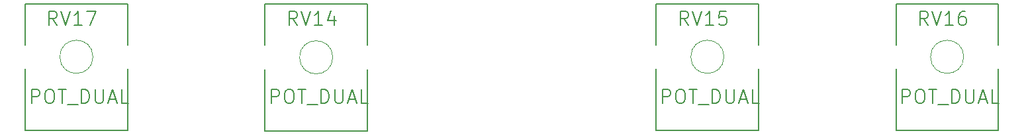
<source format=gbr>
G04 #@! TF.FileFunction,Legend,Bot*
%FSLAX46Y46*%
G04 Gerber Fmt 4.6, Leading zero omitted, Abs format (unit mm)*
G04 Created by KiCad (PCBNEW 4.0.7) date 02/28/19 19:32:36*
%MOMM*%
%LPD*%
G01*
G04 APERTURE LIST*
%ADD10C,0.100000*%
%ADD11C,0.203200*%
%ADD12C,0.063500*%
%ADD13C,0.152400*%
G04 APERTURE END LIST*
D10*
D11*
X65031620Y-63403480D02*
X51935380Y-63403480D01*
X51935380Y-63403480D02*
X51935380Y-55524400D01*
X51935380Y-52425600D02*
X51935380Y-47175420D01*
X51935380Y-47175420D02*
X65031620Y-47175420D01*
X65031620Y-47175420D02*
X65031620Y-52425600D01*
X65031620Y-55524400D02*
X65031620Y-63403480D01*
D12*
X60602840Y-53975000D02*
G75*
G03X60602840Y-53975000I-2119340J0D01*
G01*
D11*
X115069620Y-63339980D02*
X101973380Y-63339980D01*
X101973380Y-63339980D02*
X101973380Y-55460900D01*
X101973380Y-52362100D02*
X101973380Y-47111920D01*
X101973380Y-47111920D02*
X115069620Y-47111920D01*
X115069620Y-47111920D02*
X115069620Y-52362100D01*
X115069620Y-55460900D02*
X115069620Y-63339980D01*
D12*
X110640840Y-53911500D02*
G75*
G03X110640840Y-53911500I-2119340J0D01*
G01*
D11*
X145740120Y-63339980D02*
X132643880Y-63339980D01*
X132643880Y-63339980D02*
X132643880Y-55460900D01*
X132643880Y-52362100D02*
X132643880Y-47111920D01*
X132643880Y-47111920D02*
X145740120Y-47111920D01*
X145740120Y-47111920D02*
X145740120Y-52362100D01*
X145740120Y-55460900D02*
X145740120Y-63339980D01*
D12*
X141311340Y-53911500D02*
G75*
G03X141311340Y-53911500I-2119340J0D01*
G01*
D11*
X34361120Y-63339980D02*
X21264880Y-63339980D01*
X21264880Y-63339980D02*
X21264880Y-55460900D01*
X21264880Y-52362100D02*
X21264880Y-47111920D01*
X21264880Y-47111920D02*
X34361120Y-47111920D01*
X34361120Y-47111920D02*
X34361120Y-52362100D01*
X34361120Y-55460900D02*
X34361120Y-63339980D01*
D12*
X29932340Y-53911500D02*
G75*
G03X29932340Y-53911500I-2119340J0D01*
G01*
D13*
X56024780Y-49892373D02*
X55432114Y-49045707D01*
X55008780Y-49892373D02*
X55008780Y-48114373D01*
X55686114Y-48114373D01*
X55855447Y-48199040D01*
X55940114Y-48283707D01*
X56024780Y-48453040D01*
X56024780Y-48707040D01*
X55940114Y-48876373D01*
X55855447Y-48961040D01*
X55686114Y-49045707D01*
X55008780Y-49045707D01*
X56532780Y-48114373D02*
X57125447Y-49892373D01*
X57718114Y-48114373D01*
X59242114Y-49892373D02*
X58226114Y-49892373D01*
X58734114Y-49892373D02*
X58734114Y-48114373D01*
X58564780Y-48368373D01*
X58395447Y-48537707D01*
X58226114Y-48622373D01*
X60766113Y-48707040D02*
X60766113Y-49892373D01*
X60342780Y-48029707D02*
X59919447Y-49299707D01*
X61020113Y-49299707D01*
X52762573Y-59889813D02*
X52762573Y-58111813D01*
X53439907Y-58111813D01*
X53609240Y-58196480D01*
X53693907Y-58281147D01*
X53778573Y-58450480D01*
X53778573Y-58704480D01*
X53693907Y-58873813D01*
X53609240Y-58958480D01*
X53439907Y-59043147D01*
X52762573Y-59043147D01*
X54879240Y-58111813D02*
X55217907Y-58111813D01*
X55387240Y-58196480D01*
X55556573Y-58365813D01*
X55641240Y-58704480D01*
X55641240Y-59297147D01*
X55556573Y-59635813D01*
X55387240Y-59805147D01*
X55217907Y-59889813D01*
X54879240Y-59889813D01*
X54709907Y-59805147D01*
X54540573Y-59635813D01*
X54455907Y-59297147D01*
X54455907Y-58704480D01*
X54540573Y-58365813D01*
X54709907Y-58196480D01*
X54879240Y-58111813D01*
X56149240Y-58111813D02*
X57165240Y-58111813D01*
X56657240Y-59889813D02*
X56657240Y-58111813D01*
X57334574Y-60059147D02*
X58689241Y-60059147D01*
X59112574Y-59889813D02*
X59112574Y-58111813D01*
X59535908Y-58111813D01*
X59789908Y-58196480D01*
X59959241Y-58365813D01*
X60043908Y-58535147D01*
X60128574Y-58873813D01*
X60128574Y-59127813D01*
X60043908Y-59466480D01*
X59959241Y-59635813D01*
X59789908Y-59805147D01*
X59535908Y-59889813D01*
X59112574Y-59889813D01*
X60890574Y-58111813D02*
X60890574Y-59551147D01*
X60975241Y-59720480D01*
X61059908Y-59805147D01*
X61229241Y-59889813D01*
X61567908Y-59889813D01*
X61737241Y-59805147D01*
X61821908Y-59720480D01*
X61906574Y-59551147D01*
X61906574Y-58111813D01*
X62668575Y-59381813D02*
X63515241Y-59381813D01*
X62499241Y-59889813D02*
X63091908Y-58111813D01*
X63684575Y-59889813D01*
X65123908Y-59889813D02*
X64277241Y-59889813D01*
X64277241Y-58111813D01*
X106062780Y-49828873D02*
X105470114Y-48982207D01*
X105046780Y-49828873D02*
X105046780Y-48050873D01*
X105724114Y-48050873D01*
X105893447Y-48135540D01*
X105978114Y-48220207D01*
X106062780Y-48389540D01*
X106062780Y-48643540D01*
X105978114Y-48812873D01*
X105893447Y-48897540D01*
X105724114Y-48982207D01*
X105046780Y-48982207D01*
X106570780Y-48050873D02*
X107163447Y-49828873D01*
X107756114Y-48050873D01*
X109280114Y-49828873D02*
X108264114Y-49828873D01*
X108772114Y-49828873D02*
X108772114Y-48050873D01*
X108602780Y-48304873D01*
X108433447Y-48474207D01*
X108264114Y-48558873D01*
X110888780Y-48050873D02*
X110042113Y-48050873D01*
X109957447Y-48897540D01*
X110042113Y-48812873D01*
X110211447Y-48728207D01*
X110634780Y-48728207D01*
X110804113Y-48812873D01*
X110888780Y-48897540D01*
X110973447Y-49066873D01*
X110973447Y-49490207D01*
X110888780Y-49659540D01*
X110804113Y-49744207D01*
X110634780Y-49828873D01*
X110211447Y-49828873D01*
X110042113Y-49744207D01*
X109957447Y-49659540D01*
X102800573Y-59826313D02*
X102800573Y-58048313D01*
X103477907Y-58048313D01*
X103647240Y-58132980D01*
X103731907Y-58217647D01*
X103816573Y-58386980D01*
X103816573Y-58640980D01*
X103731907Y-58810313D01*
X103647240Y-58894980D01*
X103477907Y-58979647D01*
X102800573Y-58979647D01*
X104917240Y-58048313D02*
X105255907Y-58048313D01*
X105425240Y-58132980D01*
X105594573Y-58302313D01*
X105679240Y-58640980D01*
X105679240Y-59233647D01*
X105594573Y-59572313D01*
X105425240Y-59741647D01*
X105255907Y-59826313D01*
X104917240Y-59826313D01*
X104747907Y-59741647D01*
X104578573Y-59572313D01*
X104493907Y-59233647D01*
X104493907Y-58640980D01*
X104578573Y-58302313D01*
X104747907Y-58132980D01*
X104917240Y-58048313D01*
X106187240Y-58048313D02*
X107203240Y-58048313D01*
X106695240Y-59826313D02*
X106695240Y-58048313D01*
X107372574Y-59995647D02*
X108727241Y-59995647D01*
X109150574Y-59826313D02*
X109150574Y-58048313D01*
X109573908Y-58048313D01*
X109827908Y-58132980D01*
X109997241Y-58302313D01*
X110081908Y-58471647D01*
X110166574Y-58810313D01*
X110166574Y-59064313D01*
X110081908Y-59402980D01*
X109997241Y-59572313D01*
X109827908Y-59741647D01*
X109573908Y-59826313D01*
X109150574Y-59826313D01*
X110928574Y-58048313D02*
X110928574Y-59487647D01*
X111013241Y-59656980D01*
X111097908Y-59741647D01*
X111267241Y-59826313D01*
X111605908Y-59826313D01*
X111775241Y-59741647D01*
X111859908Y-59656980D01*
X111944574Y-59487647D01*
X111944574Y-58048313D01*
X112706575Y-59318313D02*
X113553241Y-59318313D01*
X112537241Y-59826313D02*
X113129908Y-58048313D01*
X113722575Y-59826313D01*
X115161908Y-59826313D02*
X114315241Y-59826313D01*
X114315241Y-58048313D01*
X136733280Y-49828873D02*
X136140614Y-48982207D01*
X135717280Y-49828873D02*
X135717280Y-48050873D01*
X136394614Y-48050873D01*
X136563947Y-48135540D01*
X136648614Y-48220207D01*
X136733280Y-48389540D01*
X136733280Y-48643540D01*
X136648614Y-48812873D01*
X136563947Y-48897540D01*
X136394614Y-48982207D01*
X135717280Y-48982207D01*
X137241280Y-48050873D02*
X137833947Y-49828873D01*
X138426614Y-48050873D01*
X139950614Y-49828873D02*
X138934614Y-49828873D01*
X139442614Y-49828873D02*
X139442614Y-48050873D01*
X139273280Y-48304873D01*
X139103947Y-48474207D01*
X138934614Y-48558873D01*
X141474613Y-48050873D02*
X141135947Y-48050873D01*
X140966613Y-48135540D01*
X140881947Y-48220207D01*
X140712613Y-48474207D01*
X140627947Y-48812873D01*
X140627947Y-49490207D01*
X140712613Y-49659540D01*
X140797280Y-49744207D01*
X140966613Y-49828873D01*
X141305280Y-49828873D01*
X141474613Y-49744207D01*
X141559280Y-49659540D01*
X141643947Y-49490207D01*
X141643947Y-49066873D01*
X141559280Y-48897540D01*
X141474613Y-48812873D01*
X141305280Y-48728207D01*
X140966613Y-48728207D01*
X140797280Y-48812873D01*
X140712613Y-48897540D01*
X140627947Y-49066873D01*
X133471073Y-59826313D02*
X133471073Y-58048313D01*
X134148407Y-58048313D01*
X134317740Y-58132980D01*
X134402407Y-58217647D01*
X134487073Y-58386980D01*
X134487073Y-58640980D01*
X134402407Y-58810313D01*
X134317740Y-58894980D01*
X134148407Y-58979647D01*
X133471073Y-58979647D01*
X135587740Y-58048313D02*
X135926407Y-58048313D01*
X136095740Y-58132980D01*
X136265073Y-58302313D01*
X136349740Y-58640980D01*
X136349740Y-59233647D01*
X136265073Y-59572313D01*
X136095740Y-59741647D01*
X135926407Y-59826313D01*
X135587740Y-59826313D01*
X135418407Y-59741647D01*
X135249073Y-59572313D01*
X135164407Y-59233647D01*
X135164407Y-58640980D01*
X135249073Y-58302313D01*
X135418407Y-58132980D01*
X135587740Y-58048313D01*
X136857740Y-58048313D02*
X137873740Y-58048313D01*
X137365740Y-59826313D02*
X137365740Y-58048313D01*
X138043074Y-59995647D02*
X139397741Y-59995647D01*
X139821074Y-59826313D02*
X139821074Y-58048313D01*
X140244408Y-58048313D01*
X140498408Y-58132980D01*
X140667741Y-58302313D01*
X140752408Y-58471647D01*
X140837074Y-58810313D01*
X140837074Y-59064313D01*
X140752408Y-59402980D01*
X140667741Y-59572313D01*
X140498408Y-59741647D01*
X140244408Y-59826313D01*
X139821074Y-59826313D01*
X141599074Y-58048313D02*
X141599074Y-59487647D01*
X141683741Y-59656980D01*
X141768408Y-59741647D01*
X141937741Y-59826313D01*
X142276408Y-59826313D01*
X142445741Y-59741647D01*
X142530408Y-59656980D01*
X142615074Y-59487647D01*
X142615074Y-58048313D01*
X143377075Y-59318313D02*
X144223741Y-59318313D01*
X143207741Y-59826313D02*
X143800408Y-58048313D01*
X144393075Y-59826313D01*
X145832408Y-59826313D02*
X144985741Y-59826313D01*
X144985741Y-58048313D01*
X25354280Y-49828873D02*
X24761614Y-48982207D01*
X24338280Y-49828873D02*
X24338280Y-48050873D01*
X25015614Y-48050873D01*
X25184947Y-48135540D01*
X25269614Y-48220207D01*
X25354280Y-48389540D01*
X25354280Y-48643540D01*
X25269614Y-48812873D01*
X25184947Y-48897540D01*
X25015614Y-48982207D01*
X24338280Y-48982207D01*
X25862280Y-48050873D02*
X26454947Y-49828873D01*
X27047614Y-48050873D01*
X28571614Y-49828873D02*
X27555614Y-49828873D01*
X28063614Y-49828873D02*
X28063614Y-48050873D01*
X27894280Y-48304873D01*
X27724947Y-48474207D01*
X27555614Y-48558873D01*
X29164280Y-48050873D02*
X30349613Y-48050873D01*
X29587613Y-49828873D01*
X22092073Y-59826313D02*
X22092073Y-58048313D01*
X22769407Y-58048313D01*
X22938740Y-58132980D01*
X23023407Y-58217647D01*
X23108073Y-58386980D01*
X23108073Y-58640980D01*
X23023407Y-58810313D01*
X22938740Y-58894980D01*
X22769407Y-58979647D01*
X22092073Y-58979647D01*
X24208740Y-58048313D02*
X24547407Y-58048313D01*
X24716740Y-58132980D01*
X24886073Y-58302313D01*
X24970740Y-58640980D01*
X24970740Y-59233647D01*
X24886073Y-59572313D01*
X24716740Y-59741647D01*
X24547407Y-59826313D01*
X24208740Y-59826313D01*
X24039407Y-59741647D01*
X23870073Y-59572313D01*
X23785407Y-59233647D01*
X23785407Y-58640980D01*
X23870073Y-58302313D01*
X24039407Y-58132980D01*
X24208740Y-58048313D01*
X25478740Y-58048313D02*
X26494740Y-58048313D01*
X25986740Y-59826313D02*
X25986740Y-58048313D01*
X26664074Y-59995647D02*
X28018741Y-59995647D01*
X28442074Y-59826313D02*
X28442074Y-58048313D01*
X28865408Y-58048313D01*
X29119408Y-58132980D01*
X29288741Y-58302313D01*
X29373408Y-58471647D01*
X29458074Y-58810313D01*
X29458074Y-59064313D01*
X29373408Y-59402980D01*
X29288741Y-59572313D01*
X29119408Y-59741647D01*
X28865408Y-59826313D01*
X28442074Y-59826313D01*
X30220074Y-58048313D02*
X30220074Y-59487647D01*
X30304741Y-59656980D01*
X30389408Y-59741647D01*
X30558741Y-59826313D01*
X30897408Y-59826313D01*
X31066741Y-59741647D01*
X31151408Y-59656980D01*
X31236074Y-59487647D01*
X31236074Y-58048313D01*
X31998075Y-59318313D02*
X32844741Y-59318313D01*
X31828741Y-59826313D02*
X32421408Y-58048313D01*
X33014075Y-59826313D01*
X34453408Y-59826313D02*
X33606741Y-59826313D01*
X33606741Y-58048313D01*
M02*

</source>
